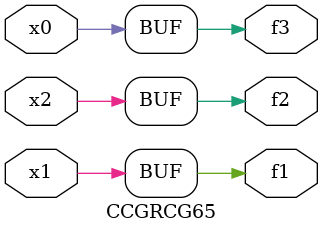
<source format=v>
module CCGRCG65(
	input x0, x1, x2,
	output f1, f2, f3
);
	assign f1 = x1;
	assign f2 = x2;
	assign f3 = x0;
endmodule

</source>
